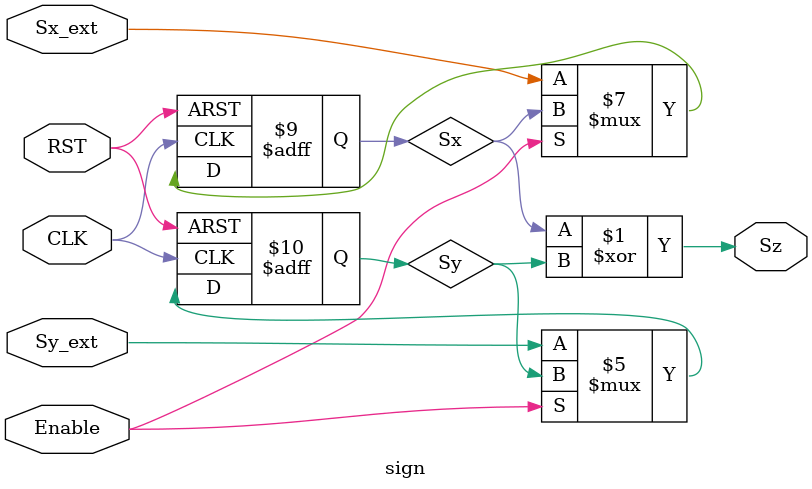
<source format=v>
module sign (
input  	wire 			CLK,RST,Enable,
input 	wire 	     	Sx_ext,Sy_ext,
output 	wire 		    Sz
);

reg 	     	Sx,Sy;

assign Sz = Sx ^ Sy ;

always @ (posedge CLK or negedge RST )
	begin
	if (!RST) 
		begin
			Sx <= 0;
			Sy <= 0;
		end
		
	else if (!Enable)
		begin
			Sx <= Sx_ext;
			Sy <= Sy_ext;
		end			
	end
	


endmodule
</source>
